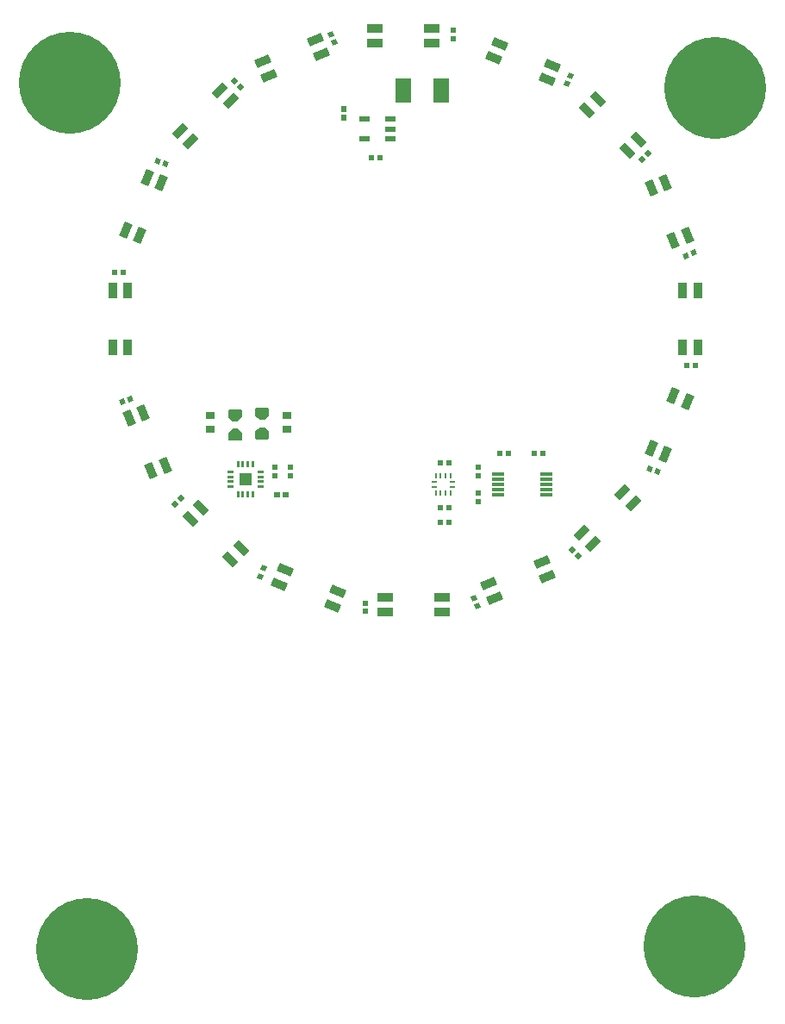
<source format=gtp>
G04 Layer: TopPasteMaskLayer*
G04 EasyEDA Pro v2.2.45.4, 2026-01-14 12:02:54*
G04 Gerber Generator version 0.3*
G04 Scale: 100 percent, Rotated: No, Reflected: No*
G04 Dimensions in millimeters*
G04 Leading zeros omitted, absolute positions, 4 integers and 5 decimals*
G04 Generated by one-click*
%FSLAX45Y45*%
%MOMM*%
%AMRect*21,1,$1,$2,0,0,$3*%
%ADD10R,0.5X0.54*%
%ADD11R,0.54X0.5*%
%ADD12R,1.50625X2.37599*%
%ADD13Rect,0.5X0.54X67.5*%
%ADD14Rect,0.5X0.54X45.0*%
%ADD15Rect,0.5X0.54X22.5*%
%ADD16Rect,0.5X0.54X157.5*%
%ADD17Rect,0.5X0.54X135.0*%
%ADD18Rect,0.5011X0.54X112.5*%
%ADD19Rect,0.5X0.54X112.5*%
%ADD20R,0.9X0.8*%
%ADD21R,1.5X0.81999*%
%ADD22Rect,0.81999X1.5X67.5*%
%ADD23Rect,0.81999X1.5X45.0*%
%ADD24Rect,0.81999X1.5X22.5*%
%ADD25R,0.81999X1.5*%
%ADD26Rect,0.81999X1.5X157.5*%
%ADD27Rect,0.81999X1.5X135.0*%
%ADD28Rect,0.81999X1.5X112.5*%
%ADD29R,1.1X0.6*%
%ADD30R,0.5X0.28001*%
%ADD31R,0.28001X0.5*%
%ADD32R,1.3X0.3*%
%ADD33C,10.0*%
G75*


G04 PolygonModel Start*
G36*
G01X2727124Y5729801D02*
G01X2683063Y5729801D01*
G01X2636248Y5691294D01*
G01X2636248Y5622547D01*
G01X2646248Y5612547D01*
G01X2763944Y5612547D01*
G01X2773944Y5622547D01*
G01X2773944Y5691294D01*
G01X2727124Y5729801D01*
G37*
G36*
G01X2727124Y5801799D02*
G01X2683063Y5801799D01*
G01X2636248Y5840306D01*
G01X2636248Y5909053D01*
G01X2646248Y5919053D01*
G01X2763944Y5919053D01*
G01X2773944Y5909053D01*
G01X2773944Y5840306D01*
G01X2727124Y5801799D01*
G37*
G36*
G01X2460424Y5717101D02*
G01X2416363Y5717101D01*
G01X2369548Y5678594D01*
G01X2369548Y5609847D01*
G01X2379548Y5599847D01*
G01X2497244Y5599847D01*
G01X2507244Y5609847D01*
G01X2507244Y5678594D01*
G01X2460424Y5717101D01*
G37*
G36*
G01X2460424Y5789099D02*
G01X2416363Y5789099D01*
G01X2369548Y5827606D01*
G01X2369548Y5896353D01*
G01X2379548Y5906353D01*
G01X2497244Y5906353D01*
G01X2507244Y5896353D01*
G01X2507244Y5827606D01*
G01X2460424Y5789099D01*
G37*
G36*
G01X3528200Y8827300D02*
G01X3482200Y8827300D01*
G01X3478200Y8831301D01*
G01X3478200Y8881364D01*
G01X3482200Y8885365D01*
G01X3528200Y8885365D01*
G01X3532200Y8881364D01*
G01X3532200Y8831301D01*
G01X3528200Y8827300D01*
G37*
G36*
G01X3528200Y8800300D02*
G01X3482200Y8800300D01*
G01X3478200Y8796299D01*
G01X3478200Y8746236D01*
G01X3482200Y8742236D01*
G01X3528200Y8742236D01*
G01X3532200Y8746236D01*
G01X3532200Y8796299D01*
G01X3528200Y8800300D01*
G37*
G36*
G01X4849000Y5309400D02*
G01X4803000Y5309400D01*
G01X4799000Y5313401D01*
G01X4799000Y5363464D01*
G01X4803000Y5367465D01*
G01X4849000Y5367465D01*
G01X4853000Y5363464D01*
G01X4853000Y5313401D01*
G01X4849000Y5309400D01*
G37*
G36*
G01X4849000Y5282400D02*
G01X4803000Y5282400D01*
G01X4799000Y5278399D01*
G01X4799000Y5228336D01*
G01X4803000Y5224336D01*
G01X4849000Y5224336D01*
G01X4853000Y5228336D01*
G01X4853000Y5278399D01*
G01X4849000Y5282400D01*
G37*
G36*
G01X4803000Y5028400D02*
G01X4849000Y5028400D01*
G01X4853000Y5024399D01*
G01X4853000Y4974336D01*
G01X4849000Y4970336D01*
G01X4803000Y4970336D01*
G01X4799000Y4974336D01*
G01X4799000Y5024399D01*
G01X4803000Y5028400D01*
G37*
G36*
G01X4803000Y5055400D02*
G01X4849000Y5055400D01*
G01X4853000Y5059401D01*
G01X4853000Y5109464D01*
G01X4849000Y5113465D01*
G01X4803000Y5113465D01*
G01X4799000Y5109464D01*
G01X4799000Y5059401D01*
G01X4803000Y5055400D01*
G37*
G36*
G01X2909100Y5044300D02*
G01X2909100Y5090300D01*
G01X2913101Y5094300D01*
G01X2963164Y5094300D01*
G01X2967165Y5090300D01*
G01X2967165Y5044300D01*
G01X2963164Y5040300D01*
G01X2913101Y5040300D01*
G01X2909100Y5044300D01*
G37*
G36*
G01X2882100Y5044300D02*
G01X2882100Y5090300D01*
G01X2878099Y5094300D01*
G01X2828036Y5094300D01*
G01X2824036Y5090300D01*
G01X2824036Y5044300D01*
G01X2828036Y5040300D01*
G01X2878099Y5040300D01*
G01X2882100Y5044300D01*
G37*
G36*
G01X2480003Y5159698D02*
G01X2480003Y5279697D01*
G01X2600002Y5279697D01*
G01X2600002Y5159698D01*
G01X2480003Y5159698D01*
G37*
G36*
G01X2477651Y5039705D02*
G01X2452652Y5039705D01*
G01X2452652Y5099705D01*
G01X2477651Y5099705D01*
G01X2477651Y5039705D01*
G37*
G36*
G01X2527651Y5039703D02*
G01X2502652Y5039703D01*
G01X2502652Y5099703D01*
G01X2527651Y5099703D01*
G01X2527651Y5039703D01*
G37*
G36*
G01X2577650Y5039705D02*
G01X2552652Y5039705D01*
G01X2552652Y5099705D01*
G01X2577650Y5099705D01*
G01X2577650Y5039705D01*
G37*
G36*
G01X2627650Y5039705D02*
G01X2602652Y5039705D01*
G01X2602652Y5099705D01*
G01X2627650Y5099705D01*
G01X2627650Y5039705D01*
G37*
G36*
G01X2720000Y5157407D02*
G01X2720000Y5132408D01*
G01X2660000Y5132408D01*
G01X2660000Y5157407D01*
G01X2720000Y5157407D01*
G37*
G36*
G01X2720000Y5207406D02*
G01X2720000Y5182408D01*
G01X2660000Y5182408D01*
G01X2660000Y5207406D01*
G01X2720000Y5207406D01*
G37*
G36*
G01X2719997Y5257406D02*
G01X2719997Y5232408D01*
G01X2659997Y5232408D01*
G01X2659997Y5257406D01*
G01X2719997Y5257406D01*
G37*
G36*
G01X2720000Y5307406D02*
G01X2720000Y5282408D01*
G01X2660000Y5282408D01*
G01X2660000Y5307406D01*
G01X2720000Y5307406D01*
G37*
G36*
G01X2602499Y5399700D02*
G01X2627498Y5399700D01*
G01X2627498Y5339700D01*
G01X2602499Y5339700D01*
G01X2602499Y5399700D01*
G37*
G36*
G01X2552499Y5399700D02*
G01X2577498Y5399700D01*
G01X2577498Y5339700D01*
G01X2552499Y5339700D01*
G01X2552499Y5399700D01*
G37*
G36*
G01X2502499Y5399700D02*
G01X2527498Y5399700D01*
G01X2527498Y5339700D01*
G01X2502499Y5339700D01*
G01X2502499Y5399700D01*
G37*
G36*
G01X2452652Y5399702D02*
G01X2477651Y5399702D01*
G01X2477651Y5339702D01*
G01X2452652Y5339702D01*
G01X2452652Y5399702D01*
G37*
G36*
G01X2360000Y5282408D02*
G01X2360000Y5307406D01*
G01X2420000Y5307406D01*
G01X2420000Y5282408D01*
G01X2360000Y5282408D01*
G37*
G36*
G01X2359998Y5232408D02*
G01X2359998Y5257406D01*
G01X2419998Y5257406D01*
G01X2419998Y5232408D01*
G01X2359998Y5232408D01*
G37*
G36*
G01X2360000Y5182408D02*
G01X2360000Y5207406D01*
G01X2420000Y5207406D01*
G01X2420000Y5182408D01*
G01X2360000Y5182408D01*
G37*
G36*
G01X2360000Y5132408D02*
G01X2360000Y5157407D01*
G01X2420000Y5157407D01*
G01X2420000Y5132408D01*
G01X2360000Y5132408D01*
G37*

G04 Pad Start*
G54D10*
G01X3780688Y8382000D03*
G01X3864712Y8382000D03*
G01X4453788Y4940300D03*
G01X4537812Y4940300D03*
G01X4453788Y4800600D03*
G01X4537812Y4800600D03*
G01X4453788Y5384800D03*
G01X4537812Y5384800D03*
G01X5464912Y5473700D03*
G01X5380888Y5473700D03*
G01X5037988Y5473700D03*
G01X5122012Y5473700D03*
G54D11*
G01X4584700Y9630512D03*
G01X4584700Y9546488D03*
G54D12*
G01X4465955Y9042400D03*
G01X4093845Y9042400D03*
G54D13*
G01X5731077Y9182814D03*
G01X5698923Y9105186D03*
G54D14*
G01X6494007Y8424407D03*
G01X6434593Y8364993D03*
G54D15*
G01X6947614Y7445577D03*
G01X6869986Y7413423D03*
G54D10*
G01X6963512Y6337300D03*
G01X6879488Y6337300D03*
G54D16*
G01X6592014Y5292523D03*
G01X6514386Y5324677D03*
G54D17*
G01X5808207Y4466093D03*
G01X5748793Y4525507D03*
G54D19*
G01X4816677Y3974386D03*
G01X4784523Y4052014D03*
G54D11*
G01X2832100Y5253888D03*
G01X2832100Y5337912D03*
G01X2984500Y5253888D03*
G01X2984500Y5337912D03*
G54D20*
G01X2197100Y5848502D03*
G01X2197100Y5708498D03*
G01X2946400Y5848502D03*
G01X2946400Y5708498D03*
G54D11*
G01X3721100Y3920388D03*
G01X3721100Y4004412D03*
G54D13*
G01X2689023Y4266486D03*
G01X2721177Y4344114D03*
G54D14*
G01X1849893Y4974093D03*
G01X1909307Y5033507D03*
G54D15*
G01X1332786Y5978323D03*
G01X1410414Y6010477D03*
G54D10*
G01X1253388Y7251700D03*
G01X1337412Y7251700D03*
G54D16*
G01X1675686Y8347277D03*
G01X1753314Y8315123D03*
G54D17*
G01X2434093Y9135607D03*
G01X2493507Y9076193D03*
G54D19*
G01X3378914Y9591877D03*
G01X3411068Y9514250D03*
G54D21*
G01X4369410Y9650806D03*
G01X4369410Y9500794D03*
G01X3809390Y9500794D03*
G01X3809390Y9650806D03*
G54D22*
G01X5557899Y9283942D03*
G01X5500491Y9145348D03*
G01X4983101Y9359658D03*
G01X5040509Y9498252D03*
G54D23*
G01X6397834Y8554541D03*
G01X6291759Y8448466D03*
G01X5895766Y8844459D03*
G01X6001841Y8950534D03*
G54D24*
G01X6882052Y7618609D03*
G01X6743458Y7561201D03*
G01X6529148Y8078591D03*
G01X6667742Y8135999D03*
G54D25*
G01X6983806Y6514490D03*
G01X6833794Y6514490D03*
G01X6833794Y7074510D03*
G01X6983806Y7074510D03*
G54D26*
G01X6667742Y5465701D03*
G01X6529148Y5523109D03*
G01X6743458Y6040499D03*
G01X6882052Y5983091D03*
G54D27*
G01X5951041Y4587666D03*
G01X5844966Y4693741D03*
G01X6240959Y5089734D03*
G01X6347034Y4983659D03*
G54D28*
G01X4989709Y4052648D03*
G01X4932301Y4191242D03*
G01X5449691Y4405552D03*
G01X5507099Y4266958D03*
G54D21*
G01X3910990Y3912794D03*
G01X3910990Y4062806D03*
G01X4471010Y4062806D03*
G01X4471010Y3912794D03*
G54D22*
G01X2874901Y4190758D03*
G01X2932309Y4329352D03*
G01X3449699Y4115042D03*
G01X3392291Y3976448D03*
G54D23*
G01X1996866Y4831259D03*
G01X2102941Y4937334D03*
G01X2498934Y4541341D03*
G01X2392859Y4435266D03*
G54D24*
G01X1398348Y5817991D03*
G01X1536942Y5875399D03*
G01X1751252Y5358009D03*
G01X1612658Y5300601D03*
G54D25*
G01X1233094Y7074510D03*
G01X1383106Y7074510D03*
G01X1383106Y6514490D03*
G01X1233094Y6514490D03*
G54D26*
G01X1574558Y8186799D03*
G01X1713152Y8129391D03*
G01X1498842Y7612001D03*
G01X1360248Y7669409D03*
G54D27*
G01X2291259Y9039434D03*
G01X2397334Y8933359D03*
G01X2001341Y8537366D03*
G01X1895266Y8643441D03*
G54D28*
G01X3227191Y9536352D03*
G01X3284599Y9397758D03*
G01X2767209Y9183448D03*
G01X2709801Y9322042D03*
G54D29*
G01X3705390Y8566404D03*
G01X3705390Y8756396D03*
G01X3965410Y8756396D03*
G01X3965410Y8661400D03*
G01X3965410Y8566404D03*
G54D30*
G01X4395597Y5143906D03*
G01X4395597Y5193894D03*
G54D31*
G01X4408094Y5256403D03*
G01X4458106Y5256403D03*
G01X4508094Y5256403D03*
G01X4558106Y5256403D03*
G54D30*
G01X4570603Y5193894D03*
G01X4570603Y5143906D03*
G54D31*
G01X4558106Y5081397D03*
G01X4508094Y5081397D03*
G01X4458106Y5081397D03*
G01X4408094Y5081397D03*
G54D32*
G01X5022799Y5268887D03*
G01X5022799Y5218900D03*
G01X5022799Y5168913D03*
G01X5022799Y5118900D03*
G01X5022799Y5068888D03*
G01X5492801Y5068913D03*
G01X5492801Y5118900D03*
G01X5492801Y5168887D03*
G01X5492801Y5218900D03*
G01X5492801Y5268913D03*
G54D33*
G01X984267Y608525D03*
G01X7159167Y9063728D03*
G01X811867Y9110882D03*
G01X6950567Y632968D03*
G04 Pad End*

M02*


</source>
